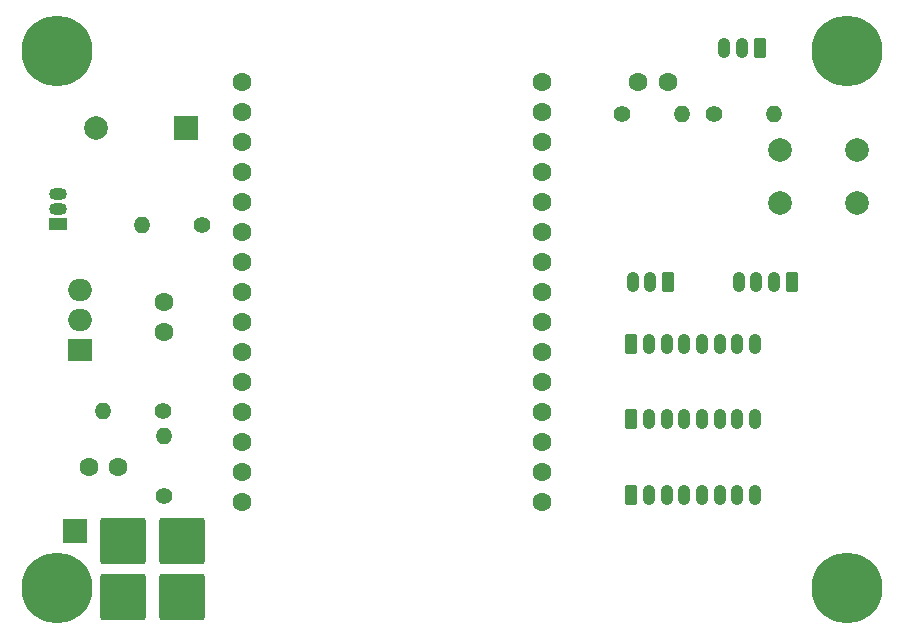
<source format=gbr>
%TF.GenerationSoftware,KiCad,Pcbnew,9.0.0*%
%TF.CreationDate,2025-08-04T22:37:53+02:00*%
%TF.ProjectId,Self balancing cube,53656c66-2062-4616-9c61-6e63696e6720,rev?*%
%TF.SameCoordinates,Original*%
%TF.FileFunction,Soldermask,Bot*%
%TF.FilePolarity,Negative*%
%FSLAX46Y46*%
G04 Gerber Fmt 4.6, Leading zero omitted, Abs format (unit mm)*
G04 Created by KiCad (PCBNEW 9.0.0) date 2025-08-04 22:37:53*
%MOMM*%
%LPD*%
G01*
G04 APERTURE LIST*
G04 Aperture macros list*
%AMRoundRect*
0 Rectangle with rounded corners*
0 $1 Rounding radius*
0 $2 $3 $4 $5 $6 $7 $8 $9 X,Y pos of 4 corners*
0 Add a 4 corners polygon primitive as box body*
4,1,4,$2,$3,$4,$5,$6,$7,$8,$9,$2,$3,0*
0 Add four circle primitives for the rounded corners*
1,1,$1+$1,$2,$3*
1,1,$1+$1,$4,$5*
1,1,$1+$1,$6,$7*
1,1,$1+$1,$8,$9*
0 Add four rect primitives between the rounded corners*
20,1,$1+$1,$2,$3,$4,$5,0*
20,1,$1+$1,$4,$5,$6,$7,0*
20,1,$1+$1,$6,$7,$8,$9,0*
20,1,$1+$1,$8,$9,$2,$3,0*%
G04 Aperture macros list end*
%ADD10C,1.600000*%
%ADD11RoundRect,0.250002X-1.699998X-1.699998X1.699998X-1.699998X1.699998X1.699998X-1.699998X1.699998X0*%
%ADD12RoundRect,0.250000X-0.265000X-0.615000X0.265000X-0.615000X0.265000X0.615000X-0.265000X0.615000X0*%
%ADD13O,1.030000X1.730000*%
%ADD14C,6.000000*%
%ADD15C,1.400000*%
%ADD16O,1.400000X1.400000*%
%ADD17RoundRect,0.250000X0.265000X0.615000X-0.265000X0.615000X-0.265000X-0.615000X0.265000X-0.615000X0*%
%ADD18R,1.500000X1.050000*%
%ADD19O,1.500000X1.050000*%
%ADD20R,2.000000X1.905000*%
%ADD21O,2.000000X1.905000*%
%ADD22C,2.000000*%
%ADD23RoundRect,0.250001X-0.799999X-0.799999X0.799999X-0.799999X0.799999X0.799999X-0.799999X0.799999X0*%
%ADD24R,2.000000X2.000000*%
G04 APERTURE END LIST*
D10*
%TO.C,U2*%
X132750000Y-74300000D03*
X132750000Y-76840000D03*
X132750000Y-79380000D03*
X132750000Y-81920000D03*
X132750000Y-84460000D03*
X132750000Y-87000000D03*
X132750000Y-89540000D03*
X132750000Y-92080000D03*
X132750000Y-94620000D03*
X132750000Y-97160000D03*
X132750000Y-99700000D03*
X132750000Y-102240000D03*
X132750000Y-104780000D03*
X132750000Y-107320000D03*
X132750000Y-109860000D03*
X158150000Y-109860000D03*
X158150000Y-107320000D03*
X158150000Y-104780000D03*
X158150000Y-102240000D03*
X158150000Y-99700000D03*
X158150000Y-97160000D03*
X158150000Y-94620000D03*
X158150000Y-92080000D03*
X158150000Y-89540000D03*
X158150000Y-87000000D03*
X158150000Y-84460000D03*
X158150000Y-81920000D03*
X158150000Y-79380000D03*
X158150000Y-76840000D03*
X158150000Y-74300000D03*
%TD*%
%TO.C,C1*%
X122224800Y-106883200D03*
X119724800Y-106883200D03*
%TD*%
D11*
%TO.C,J1*%
X127609600Y-113131600D03*
%TD*%
D12*
%TO.C,J8*%
X165658800Y-109220000D03*
D13*
X167158800Y-109220000D03*
X168658800Y-109220000D03*
X170158800Y-109220000D03*
X171658800Y-109220000D03*
X173158800Y-109220000D03*
X174658800Y-109220000D03*
X176158800Y-109220000D03*
%TD*%
D10*
%TO.C,C2*%
X166257600Y-74269600D03*
X168757600Y-74269600D03*
%TD*%
D14*
%TO.C,*%
X183896000Y-117144800D03*
%TD*%
D12*
%TO.C,J7*%
X165658800Y-102819200D03*
D13*
X167158800Y-102819200D03*
X168658800Y-102819200D03*
X170158800Y-102819200D03*
X171658800Y-102819200D03*
X173158800Y-102819200D03*
X174658800Y-102819200D03*
X176158800Y-102819200D03*
%TD*%
D15*
%TO.C,R2*%
X126085600Y-109321600D03*
D16*
X126085600Y-104241600D03*
%TD*%
D15*
%TO.C,R5*%
X164846000Y-76962000D03*
D16*
X169926000Y-76962000D03*
%TD*%
D10*
%TO.C,C3*%
X126085600Y-92902400D03*
X126085600Y-95402400D03*
%TD*%
D17*
%TO.C,J14*%
X176532800Y-71424800D03*
D13*
X175032800Y-71424800D03*
X173532800Y-71424800D03*
%TD*%
D18*
%TO.C,Q1*%
X117144800Y-86258400D03*
D19*
X117144800Y-84988400D03*
X117144800Y-83718400D03*
%TD*%
D20*
%TO.C,U1*%
X119024400Y-96977200D03*
D21*
X119024400Y-94437200D03*
X119024400Y-91897200D03*
%TD*%
D15*
%TO.C,R4*%
X172669200Y-77012800D03*
D16*
X177749200Y-77012800D03*
%TD*%
D14*
%TO.C,1*%
X117043200Y-71628000D03*
%TD*%
D22*
%TO.C,SW2*%
X184759600Y-84560800D03*
X178259600Y-84560800D03*
X184759600Y-80060800D03*
X178259600Y-80060800D03*
%TD*%
D12*
%TO.C,J6*%
X165656000Y-96418400D03*
D13*
X167156000Y-96418400D03*
X168656000Y-96418400D03*
X170156000Y-96418400D03*
X171656000Y-96418400D03*
X173156000Y-96418400D03*
X174656000Y-96418400D03*
X176156000Y-96418400D03*
%TD*%
D23*
%TO.C,J5*%
X118567200Y-112268000D03*
%TD*%
D11*
%TO.C,J2*%
X122631200Y-113131600D03*
%TD*%
%TO.C,J3*%
X122631200Y-117906800D03*
%TD*%
D15*
%TO.C,R3*%
X125984000Y-102108000D03*
D16*
X120904000Y-102108000D03*
%TD*%
D15*
%TO.C,R1*%
X129336800Y-86360000D03*
D16*
X124256800Y-86360000D03*
%TD*%
D14*
%TO.C,1*%
X117043200Y-117144800D03*
%TD*%
D17*
%TO.C,J12*%
X179252000Y-91186000D03*
D13*
X177752000Y-91186000D03*
X176252000Y-91186000D03*
X174752000Y-91186000D03*
%TD*%
D17*
%TO.C,J13*%
X168784400Y-91186000D03*
D13*
X167284400Y-91186000D03*
X165784400Y-91186000D03*
%TD*%
D14*
%TO.C,*%
X183896000Y-71678800D03*
%TD*%
D11*
%TO.C,J4*%
X127609600Y-117906800D03*
%TD*%
D24*
%TO.C,BZ1*%
X127955200Y-78130400D03*
D22*
X120355200Y-78130400D03*
%TD*%
M02*

</source>
